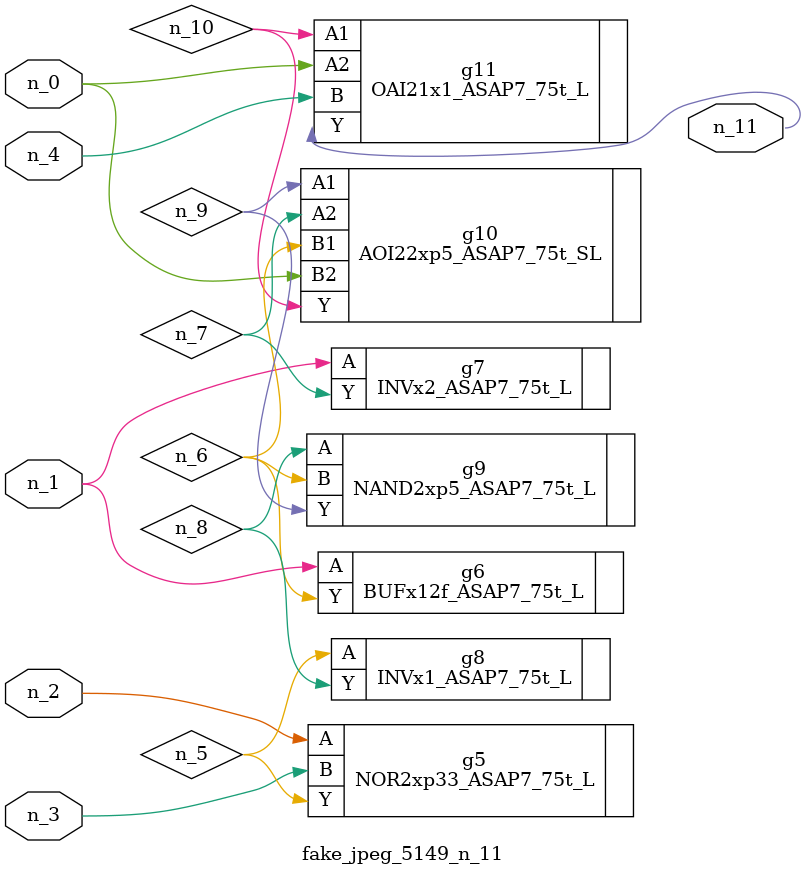
<source format=v>
module fake_jpeg_5149_n_11 (n_3, n_2, n_1, n_0, n_4, n_11);

input n_3;
input n_2;
input n_1;
input n_0;
input n_4;

output n_11;

wire n_10;
wire n_8;
wire n_9;
wire n_6;
wire n_5;
wire n_7;

NOR2xp33_ASAP7_75t_L g5 ( 
.A(n_2),
.B(n_3),
.Y(n_5)
);

BUFx12f_ASAP7_75t_L g6 ( 
.A(n_1),
.Y(n_6)
);

INVx2_ASAP7_75t_L g7 ( 
.A(n_1),
.Y(n_7)
);

INVx1_ASAP7_75t_L g8 ( 
.A(n_5),
.Y(n_8)
);

NAND2xp5_ASAP7_75t_L g9 ( 
.A(n_8),
.B(n_6),
.Y(n_9)
);

AOI22xp5_ASAP7_75t_SL g10 ( 
.A1(n_9),
.A2(n_7),
.B1(n_6),
.B2(n_0),
.Y(n_10)
);

OAI21x1_ASAP7_75t_L g11 ( 
.A1(n_10),
.A2(n_0),
.B(n_4),
.Y(n_11)
);


endmodule
</source>
